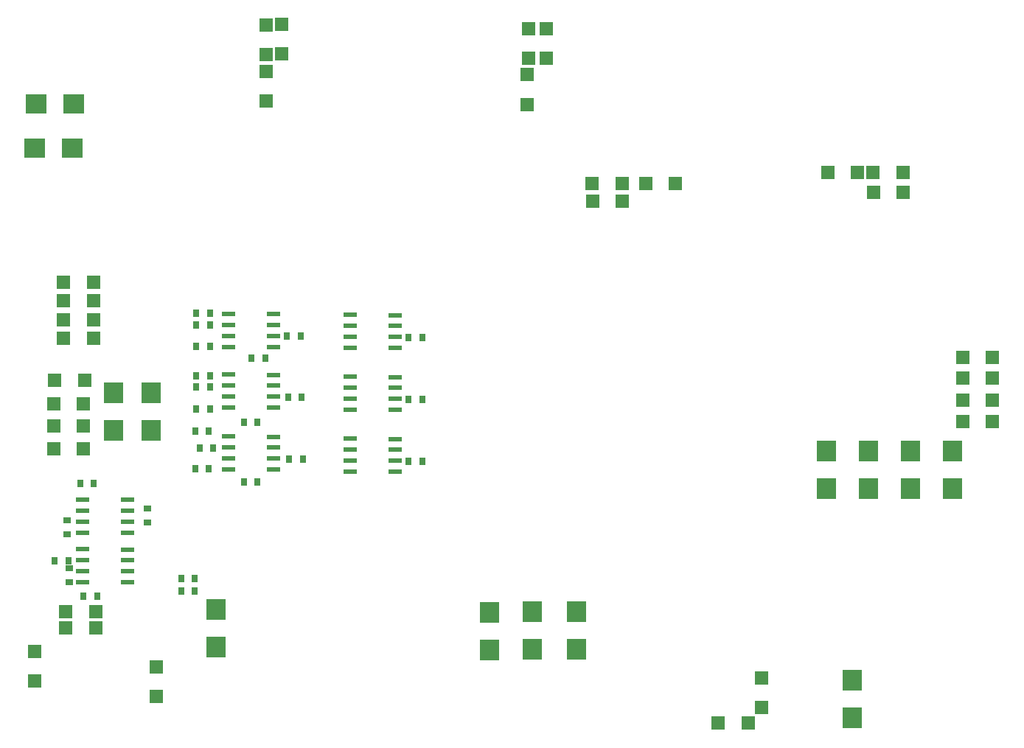
<source format=gtp>
G04 Layer_Color=8421504*
%FSLAX23Y23*%
%MOIN*%
G70*
G01*
G75*
%ADD10R,0.031X0.034*%
%ADD11R,0.064X0.064*%
%ADD12R,0.064X0.064*%
%ADD13R,0.060X0.024*%
%ADD14R,0.034X0.031*%
%ADD15R,0.085X0.096*%
%ADD16R,0.096X0.085*%
D10*
X3968Y3465D02*
D03*
X3906D02*
D03*
X3968Y3406D02*
D03*
X3906D02*
D03*
X4934Y3995D02*
D03*
X4996D02*
D03*
X4934Y4275D02*
D03*
X4996D02*
D03*
X4934Y4555D02*
D03*
X4996D02*
D03*
X3449Y3895D02*
D03*
X3511D02*
D03*
X4224Y4460D02*
D03*
X4286D02*
D03*
X4036Y4665D02*
D03*
X3974D02*
D03*
X4036Y4610D02*
D03*
X3974D02*
D03*
Y4515D02*
D03*
X4036D02*
D03*
Y4380D02*
D03*
X3974D02*
D03*
X4036Y4330D02*
D03*
X3974D02*
D03*
Y4230D02*
D03*
X4036D02*
D03*
X4031Y4130D02*
D03*
X3969D02*
D03*
X4051Y4055D02*
D03*
X3989D02*
D03*
X3969Y3960D02*
D03*
X4031D02*
D03*
X4189Y3900D02*
D03*
X4251D02*
D03*
X4189Y4170D02*
D03*
X4251D02*
D03*
X4384Y4560D02*
D03*
X4446D02*
D03*
X4394Y4005D02*
D03*
X4456D02*
D03*
X4389Y4285D02*
D03*
X4451D02*
D03*
X3334Y3545D02*
D03*
X3396D02*
D03*
X3464Y3385D02*
D03*
X3526D02*
D03*
D11*
X3245Y3001D02*
D03*
Y3135D02*
D03*
X5556Y5950D02*
D03*
Y5816D02*
D03*
X5478Y5950D02*
D03*
Y5816D02*
D03*
X5470Y5743D02*
D03*
Y5609D02*
D03*
X3795Y2930D02*
D03*
Y3064D02*
D03*
X6530Y3015D02*
D03*
Y2881D02*
D03*
X4360Y5970D02*
D03*
Y5836D02*
D03*
X4290Y5759D02*
D03*
Y5625D02*
D03*
Y5969D02*
D03*
Y5835D02*
D03*
D12*
X6964Y5300D02*
D03*
X6830D02*
D03*
X3469Y4360D02*
D03*
X3335D02*
D03*
X6469Y2810D02*
D03*
X6335D02*
D03*
X3509Y4805D02*
D03*
X3375D02*
D03*
X3509Y4720D02*
D03*
X3375D02*
D03*
X3509Y4635D02*
D03*
X3375D02*
D03*
X3509Y4550D02*
D03*
X3375D02*
D03*
X6006Y5250D02*
D03*
X6140D02*
D03*
X5765D02*
D03*
X5899D02*
D03*
X5766Y5170D02*
D03*
X5900D02*
D03*
X7170Y5210D02*
D03*
X7036D02*
D03*
X7169Y5300D02*
D03*
X7035D02*
D03*
X7441Y4465D02*
D03*
X7575D02*
D03*
X7441Y4370D02*
D03*
X7575D02*
D03*
X7441Y4270D02*
D03*
X7575D02*
D03*
X7441Y4175D02*
D03*
X7575D02*
D03*
X3330Y4050D02*
D03*
X3464D02*
D03*
X3330Y4155D02*
D03*
X3464D02*
D03*
X3330Y4255D02*
D03*
X3464D02*
D03*
X3385Y3315D02*
D03*
X3519D02*
D03*
X3385Y3240D02*
D03*
X3519D02*
D03*
D13*
X3664Y3446D02*
D03*
Y3496D02*
D03*
Y3546D02*
D03*
Y3595D02*
D03*
X3460Y3596D02*
D03*
Y3546D02*
D03*
Y3496D02*
D03*
Y3446D02*
D03*
X3664Y3671D02*
D03*
Y3721D02*
D03*
Y3771D02*
D03*
Y3820D02*
D03*
X3460Y3821D02*
D03*
Y3771D02*
D03*
Y3721D02*
D03*
Y3671D02*
D03*
X4874Y3946D02*
D03*
Y3996D02*
D03*
Y4046D02*
D03*
Y4095D02*
D03*
X4670Y4096D02*
D03*
Y4046D02*
D03*
Y3996D02*
D03*
Y3946D02*
D03*
X4874Y4226D02*
D03*
Y4276D02*
D03*
Y4326D02*
D03*
Y4375D02*
D03*
X4670Y4376D02*
D03*
Y4326D02*
D03*
Y4276D02*
D03*
Y4226D02*
D03*
X4874Y4506D02*
D03*
Y4556D02*
D03*
Y4606D02*
D03*
Y4655D02*
D03*
X4670Y4656D02*
D03*
Y4606D02*
D03*
Y4556D02*
D03*
Y4506D02*
D03*
X4120Y4286D02*
D03*
Y4236D02*
D03*
Y4336D02*
D03*
Y4386D02*
D03*
X4324Y4336D02*
D03*
Y4385D02*
D03*
Y4236D02*
D03*
Y4286D02*
D03*
X4120Y4561D02*
D03*
Y4511D02*
D03*
Y4611D02*
D03*
Y4661D02*
D03*
X4324Y4611D02*
D03*
Y4660D02*
D03*
Y4511D02*
D03*
Y4561D02*
D03*
X4120Y4006D02*
D03*
Y3956D02*
D03*
Y4056D02*
D03*
Y4106D02*
D03*
X4324Y4056D02*
D03*
Y4105D02*
D03*
Y3956D02*
D03*
Y4006D02*
D03*
D14*
X3755Y3719D02*
D03*
Y3781D02*
D03*
X3390Y3726D02*
D03*
Y3664D02*
D03*
X3400Y3449D02*
D03*
Y3511D02*
D03*
D15*
X5695Y3315D02*
D03*
Y3145D02*
D03*
X5495Y3315D02*
D03*
Y3145D02*
D03*
X5300Y3310D02*
D03*
Y3140D02*
D03*
X4065Y3155D02*
D03*
Y3325D02*
D03*
X6940Y2835D02*
D03*
Y3005D02*
D03*
X7395Y3870D02*
D03*
Y4040D02*
D03*
X7205Y3870D02*
D03*
Y4040D02*
D03*
X7015Y3870D02*
D03*
Y4040D02*
D03*
X6825Y3870D02*
D03*
Y4040D02*
D03*
X3600Y4135D02*
D03*
Y4305D02*
D03*
X3770Y4135D02*
D03*
Y4305D02*
D03*
D16*
X3245Y5410D02*
D03*
X3415D02*
D03*
X3250Y5610D02*
D03*
X3420D02*
D03*
M02*

</source>
